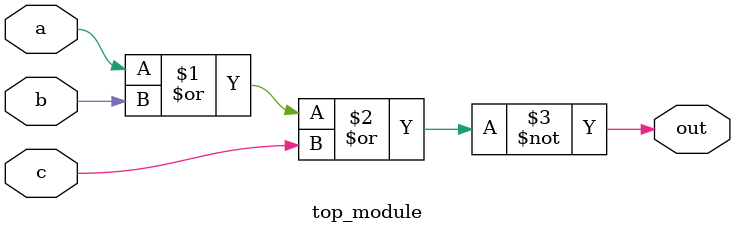
<source format=v>

module top_module (input a, input b, input c, output out); assign out = ~(a | b | c); endmodule

</source>
